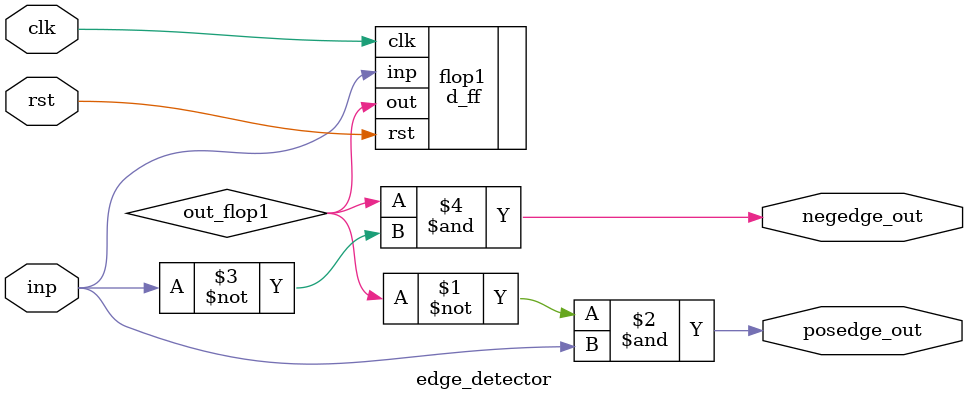
<source format=v>
module edge_detector(
    clk, inp, posedge_out, rst, negedge_out
    );
    
    input clk, inp, rst;
    output posedge_out, negedge_out;
    wire out_flop1;
    
    d_ff flop1 (.clk(clk), .inp(inp), .out(out_flop1), .rst(rst));
    
    assign posedge_out = (~out_flop1) & inp;
    assign negedge_out = out_flop1 & (~inp);
endmodule
</source>
